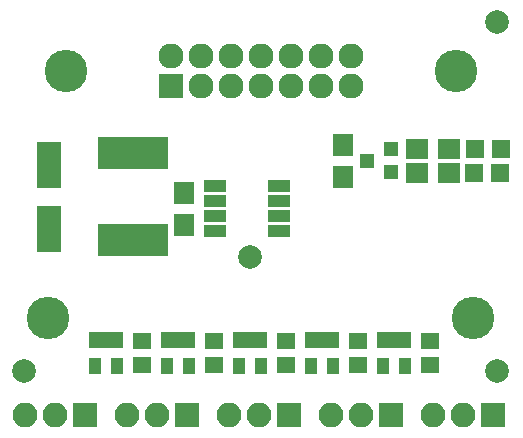
<source format=gts>
G04 #@! TF.FileFunction,Soldermask,Top*
%FSLAX46Y46*%
G04 Gerber Fmt 4.6, Leading zero omitted, Abs format (unit mm)*
G04 Created by KiCad (PCBNEW 4.0.7-e2-6376~61~ubuntu18.04.1) date Sun Dec  8 19:48:57 2019*
%MOMM*%
%LPD*%
G01*
G04 APERTURE LIST*
%ADD10C,0.100000*%
%ADD11R,6.000000X2.700000*%
%ADD12C,2.000000*%
%ADD13C,3.600000*%
%ADD14R,2.000000X3.900000*%
%ADD15R,1.650000X1.400000*%
%ADD16R,1.600000X1.600000*%
%ADD17R,2.100000X2.100000*%
%ADD18O,2.100000X2.100000*%
%ADD19R,1.300000X1.200000*%
%ADD20R,1.900000X1.700000*%
%ADD21R,1.700000X1.900000*%
%ADD22R,1.950000X1.000000*%
%ADD23R,1.050000X1.460000*%
%ADD24R,2.127200X2.127200*%
%ADD25C,2.127200*%
G04 APERTURE END LIST*
D10*
D11*
X11176000Y-20464000D03*
X11176000Y-13064000D03*
D12*
X21082000Y-21844000D03*
X42000000Y-2000000D03*
X42000000Y-31500000D03*
D13*
X40000000Y-27000000D03*
X4000000Y-27000000D03*
D14*
X4064000Y-14064000D03*
X4064000Y-19464000D03*
D15*
X11938000Y-30972000D03*
X11938000Y-28972000D03*
X18034000Y-30972000D03*
X18034000Y-28972000D03*
X24130000Y-30972000D03*
X24130000Y-28972000D03*
X30226000Y-30972000D03*
X30226000Y-28972000D03*
X36322000Y-30972000D03*
X36322000Y-28972000D03*
D16*
X40132000Y-12700000D03*
X42332000Y-12700000D03*
X40048000Y-14732000D03*
X42248000Y-14732000D03*
D17*
X7112000Y-35260000D03*
D18*
X4572000Y-35260000D03*
X2032000Y-35260000D03*
D17*
X15748000Y-35260000D03*
D18*
X13208000Y-35260000D03*
X10668000Y-35260000D03*
D17*
X24384000Y-35260000D03*
D18*
X21844000Y-35260000D03*
X19304000Y-35260000D03*
D17*
X33020000Y-35260000D03*
D18*
X30480000Y-35260000D03*
X27940000Y-35260000D03*
D17*
X41656000Y-35260000D03*
D18*
X39116000Y-35260000D03*
X36576000Y-35260000D03*
D19*
X33004000Y-14666000D03*
X33004000Y-12766000D03*
X31004000Y-13716000D03*
D20*
X35226000Y-12700000D03*
X37926000Y-12700000D03*
X35226000Y-14732000D03*
X37926000Y-14732000D03*
D21*
X28956000Y-15066000D03*
X28956000Y-12366000D03*
X15494000Y-19130000D03*
X15494000Y-16430000D03*
D22*
X23528000Y-19685000D03*
X23528000Y-18415000D03*
X23528000Y-17145000D03*
X23528000Y-15875000D03*
X18128000Y-15875000D03*
X18128000Y-17145000D03*
X18128000Y-18415000D03*
X18128000Y-19685000D03*
D23*
X9840000Y-28872000D03*
X8890000Y-28872000D03*
X7940000Y-28872000D03*
X7940000Y-31072000D03*
X9840000Y-31072000D03*
X15936000Y-28872000D03*
X14986000Y-28872000D03*
X14036000Y-28872000D03*
X14036000Y-31072000D03*
X15936000Y-31072000D03*
X22032000Y-28872000D03*
X21082000Y-28872000D03*
X20132000Y-28872000D03*
X20132000Y-31072000D03*
X22032000Y-31072000D03*
X28128000Y-28872000D03*
X27178000Y-28872000D03*
X26228000Y-28872000D03*
X26228000Y-31072000D03*
X28128000Y-31072000D03*
X34224000Y-28872000D03*
X33274000Y-28872000D03*
X32324000Y-28872000D03*
X32324000Y-31072000D03*
X34224000Y-31072000D03*
D12*
X2000000Y-31500000D03*
D24*
X14380000Y-7366000D03*
D25*
X14380000Y-4826000D03*
X16920000Y-7366000D03*
X16920000Y-4826000D03*
X19460000Y-7366000D03*
X19460000Y-4826000D03*
X22000000Y-7366000D03*
X22000000Y-4826000D03*
X24540000Y-7366000D03*
X24540000Y-4826000D03*
X27080000Y-7366000D03*
X27080000Y-4826000D03*
X29620000Y-7366000D03*
X29620000Y-4826000D03*
D13*
X5490000Y-6096000D03*
X38510000Y-6096000D03*
M02*

</source>
